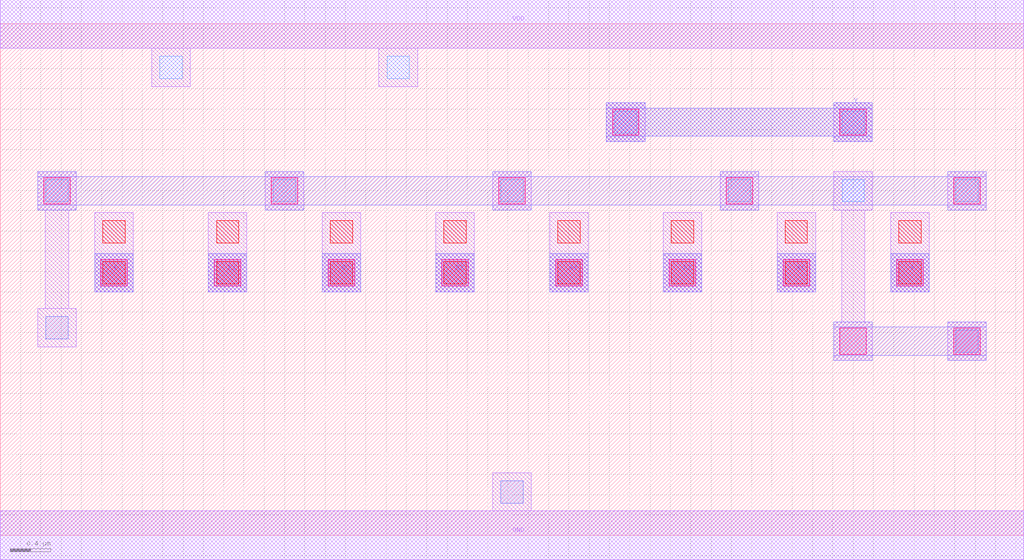
<source format=lef>
MACRO AAOI44
 CLASS CORE ;
 FOREIGN AAOI44 0 0 ;
 SIZE 10.08 BY 5.04 ;
 ORIGIN 0 0 ;
 SYMMETRY X Y R90 ;
 SITE unit ;
  PIN VDD
   DIRECTION INOUT ;
   USE POWER ;
   SHAPE ABUTMENT ;
    PORT
     CLASS CORE ;
       LAYER met1 ;
        RECT 0.00000000 4.80000000 10.08000000 5.28000000 ;
    END
  END VDD

  PIN GND
   DIRECTION INOUT ;
   USE POWER ;
   SHAPE ABUTMENT ;
    PORT
     CLASS CORE ;
       LAYER met1 ;
        RECT 0.00000000 -0.24000000 10.08000000 0.24000000 ;
    END
  END GND

  PIN Y
   DIRECTION INOUT ;
   USE SIGNAL ;
   SHAPE ABUTMENT ;
    PORT
     CLASS CORE ;
       LAYER met2 ;
        RECT 5.97000000 3.88200000 6.35000000 3.93200000 ;
        RECT 8.21000000 3.88200000 8.59000000 3.93200000 ;
        RECT 5.97000000 3.93200000 8.59000000 4.21200000 ;
        RECT 5.97000000 4.21200000 6.35000000 4.26200000 ;
        RECT 8.21000000 4.21200000 8.59000000 4.26200000 ;
    END
  END Y

  PIN B
   DIRECTION INOUT ;
   USE SIGNAL ;
   SHAPE ABUTMENT ;
    PORT
     CLASS CORE ;
       LAYER met2 ;
        RECT 0.93000000 2.39700000 1.31000000 2.77700000 ;
    END
  END B

  PIN A2
   DIRECTION INOUT ;
   USE SIGNAL ;
   SHAPE ABUTMENT ;
    PORT
     CLASS CORE ;
       LAYER met2 ;
        RECT 6.53000000 2.39700000 6.91000000 2.77700000 ;
    END
  END A2

  PIN A1
   DIRECTION INOUT ;
   USE SIGNAL ;
   SHAPE ABUTMENT ;
    PORT
     CLASS CORE ;
       LAYER met2 ;
        RECT 7.65000000 2.39700000 8.03000000 2.77700000 ;
    END
  END A1

  PIN B2
   DIRECTION INOUT ;
   USE SIGNAL ;
   SHAPE ABUTMENT ;
    PORT
     CLASS CORE ;
       LAYER met2 ;
        RECT 3.17000000 2.39700000 3.55000000 2.77700000 ;
    END
  END B2

  PIN B1
   DIRECTION INOUT ;
   USE SIGNAL ;
   SHAPE ABUTMENT ;
    PORT
     CLASS CORE ;
       LAYER met2 ;
        RECT 2.05000000 2.39700000 2.43000000 2.77700000 ;
    END
  END B1

  PIN B3
   DIRECTION INOUT ;
   USE SIGNAL ;
   SHAPE ABUTMENT ;
    PORT
     CLASS CORE ;
       LAYER met2 ;
        RECT 4.29000000 2.39700000 4.67000000 2.77700000 ;
    END
  END B3

  PIN A3
   DIRECTION INOUT ;
   USE SIGNAL ;
   SHAPE ABUTMENT ;
    PORT
     CLASS CORE ;
       LAYER met2 ;
        RECT 5.41000000 2.39700000 5.79000000 2.77700000 ;
    END
  END A3

  PIN A
   DIRECTION INOUT ;
   USE SIGNAL ;
   SHAPE ABUTMENT ;
    PORT
     CLASS CORE ;
       LAYER met2 ;
        RECT 8.77000000 2.39700000 9.15000000 2.77700000 ;
    END
  END A

 OBS
    LAYER polycont ;
     RECT 1.01000000 2.47700000 1.23000000 2.69700000 ;
     RECT 2.13000000 2.47700000 2.35000000 2.69700000 ;
     RECT 3.25000000 2.47700000 3.47000000 2.69700000 ;
     RECT 4.37000000 2.47700000 4.59000000 2.69700000 ;
     RECT 5.49000000 2.47700000 5.71000000 2.69700000 ;
     RECT 6.61000000 2.47700000 6.83000000 2.69700000 ;
     RECT 7.73000000 2.47700000 7.95000000 2.69700000 ;
     RECT 8.85000000 2.47700000 9.07000000 2.69700000 ;
     RECT 1.01000000 2.88200000 1.23000000 3.10200000 ;
     RECT 2.13000000 2.88200000 2.35000000 3.10200000 ;
     RECT 3.25000000 2.88200000 3.47000000 3.10200000 ;
     RECT 4.37000000 2.88200000 4.59000000 3.10200000 ;
     RECT 5.49000000 2.88200000 5.71000000 3.10200000 ;
     RECT 6.61000000 2.88200000 6.83000000 3.10200000 ;
     RECT 7.73000000 2.88200000 7.95000000 3.10200000 ;
     RECT 8.85000000 2.88200000 9.07000000 3.10200000 ;

    LAYER pdiffc ;
     RECT 0.45000000 3.28700000 0.67000000 3.50700000 ;
     RECT 2.69000000 3.28700000 2.91000000 3.50700000 ;
     RECT 4.93000000 3.28700000 5.15000000 3.50700000 ;
     RECT 7.17000000 3.28700000 7.39000000 3.50700000 ;
     RECT 8.29000000 3.28700000 8.51000000 3.50700000 ;
     RECT 9.41000000 3.28700000 9.63000000 3.50700000 ;
     RECT 6.05000000 3.96200000 6.27000000 4.18200000 ;
     RECT 8.29000000 3.96200000 8.51000000 4.18200000 ;
     RECT 1.57000000 4.50200000 1.79000000 4.72200000 ;
     RECT 3.81000000 4.50200000 4.03000000 4.72200000 ;

    LAYER ndiffc ;
     RECT 4.93000000 0.31700000 5.15000000 0.53700000 ;
     RECT 9.41000000 1.80200000 9.63000000 2.02200000 ;
     RECT 0.45000000 1.93700000 0.67000000 2.15700000 ;

    LAYER met1 ;
     RECT 0.00000000 -0.24000000 10.08000000 0.24000000 ;
     RECT 4.85000000 0.24000000 5.23000000 0.61700000 ;
     RECT 9.33000000 1.72200000 9.71000000 2.10200000 ;
     RECT 0.93000000 2.39700000 1.31000000 3.18200000 ;
     RECT 2.05000000 2.39700000 2.43000000 3.18200000 ;
     RECT 3.17000000 2.39700000 3.55000000 3.18200000 ;
     RECT 4.29000000 2.39700000 4.67000000 3.18200000 ;
     RECT 5.41000000 2.39700000 5.79000000 3.18200000 ;
     RECT 6.53000000 2.39700000 6.91000000 3.18200000 ;
     RECT 7.65000000 2.39700000 8.03000000 3.18200000 ;
     RECT 8.77000000 2.39700000 9.15000000 3.18200000 ;
     RECT 0.37000000 1.85700000 0.75000000 2.23700000 ;
     RECT 0.44500000 2.23700000 0.67500000 3.20700000 ;
     RECT 0.37000000 3.20700000 0.75000000 3.58700000 ;
     RECT 2.61000000 3.20700000 2.99000000 3.58700000 ;
     RECT 4.85000000 3.20700000 5.23000000 3.58700000 ;
     RECT 7.09000000 3.20700000 7.47000000 3.58700000 ;
     RECT 8.21000000 1.72200000 8.59000000 2.10200000 ;
     RECT 8.28500000 2.10200000 8.51500000 3.20700000 ;
     RECT 8.21000000 3.20700000 8.59000000 3.58700000 ;
     RECT 9.33000000 3.20700000 9.71000000 3.58700000 ;
     RECT 5.97000000 3.88200000 6.35000000 4.26200000 ;
     RECT 8.21000000 3.88200000 8.59000000 4.26200000 ;
     RECT 1.49000000 4.42200000 1.87000000 4.80000000 ;
     RECT 3.73000000 4.42200000 4.11000000 4.80000000 ;
     RECT 0.00000000 4.80000000 10.08000000 5.28000000 ;

    LAYER via1 ;
     RECT 8.27000000 1.78200000 8.53000000 2.04200000 ;
     RECT 9.39000000 1.78200000 9.65000000 2.04200000 ;
     RECT 0.99000000 2.45700000 1.25000000 2.71700000 ;
     RECT 2.11000000 2.45700000 2.37000000 2.71700000 ;
     RECT 3.23000000 2.45700000 3.49000000 2.71700000 ;
     RECT 4.35000000 2.45700000 4.61000000 2.71700000 ;
     RECT 5.47000000 2.45700000 5.73000000 2.71700000 ;
     RECT 6.59000000 2.45700000 6.85000000 2.71700000 ;
     RECT 7.71000000 2.45700000 7.97000000 2.71700000 ;
     RECT 8.83000000 2.45700000 9.09000000 2.71700000 ;
     RECT 0.43000000 3.26700000 0.69000000 3.52700000 ;
     RECT 2.67000000 3.26700000 2.93000000 3.52700000 ;
     RECT 4.91000000 3.26700000 5.17000000 3.52700000 ;
     RECT 7.15000000 3.26700000 7.41000000 3.52700000 ;
     RECT 9.39000000 3.26700000 9.65000000 3.52700000 ;
     RECT 6.03000000 3.94200000 6.29000000 4.20200000 ;
     RECT 8.27000000 3.94200000 8.53000000 4.20200000 ;

    LAYER met2 ;
     RECT 8.21000000 1.72200000 8.59000000 1.77200000 ;
     RECT 9.33000000 1.72200000 9.71000000 1.77200000 ;
     RECT 8.21000000 1.77200000 9.71000000 2.05200000 ;
     RECT 8.21000000 2.05200000 8.59000000 2.10200000 ;
     RECT 9.33000000 2.05200000 9.71000000 2.10200000 ;
     RECT 0.93000000 2.39700000 1.31000000 2.77700000 ;
     RECT 2.05000000 2.39700000 2.43000000 2.77700000 ;
     RECT 3.17000000 2.39700000 3.55000000 2.77700000 ;
     RECT 4.29000000 2.39700000 4.67000000 2.77700000 ;
     RECT 5.41000000 2.39700000 5.79000000 2.77700000 ;
     RECT 6.53000000 2.39700000 6.91000000 2.77700000 ;
     RECT 7.65000000 2.39700000 8.03000000 2.77700000 ;
     RECT 8.77000000 2.39700000 9.15000000 2.77700000 ;
     RECT 0.37000000 3.20700000 0.75000000 3.25700000 ;
     RECT 2.61000000 3.20700000 2.99000000 3.25700000 ;
     RECT 4.85000000 3.20700000 5.23000000 3.25700000 ;
     RECT 7.09000000 3.20700000 7.47000000 3.25700000 ;
     RECT 9.33000000 3.20700000 9.71000000 3.25700000 ;
     RECT 0.37000000 3.25700000 9.71000000 3.53700000 ;
     RECT 0.37000000 3.53700000 0.75000000 3.58700000 ;
     RECT 2.61000000 3.53700000 2.99000000 3.58700000 ;
     RECT 4.85000000 3.53700000 5.23000000 3.58700000 ;
     RECT 7.09000000 3.53700000 7.47000000 3.58700000 ;
     RECT 9.33000000 3.53700000 9.71000000 3.58700000 ;
     RECT 5.97000000 3.88200000 6.35000000 3.93200000 ;
     RECT 8.21000000 3.88200000 8.59000000 3.93200000 ;
     RECT 5.97000000 3.93200000 8.59000000 4.21200000 ;
     RECT 5.97000000 4.21200000 6.35000000 4.26200000 ;
     RECT 8.21000000 4.21200000 8.59000000 4.26200000 ;

 END
END AAOI44

</source>
